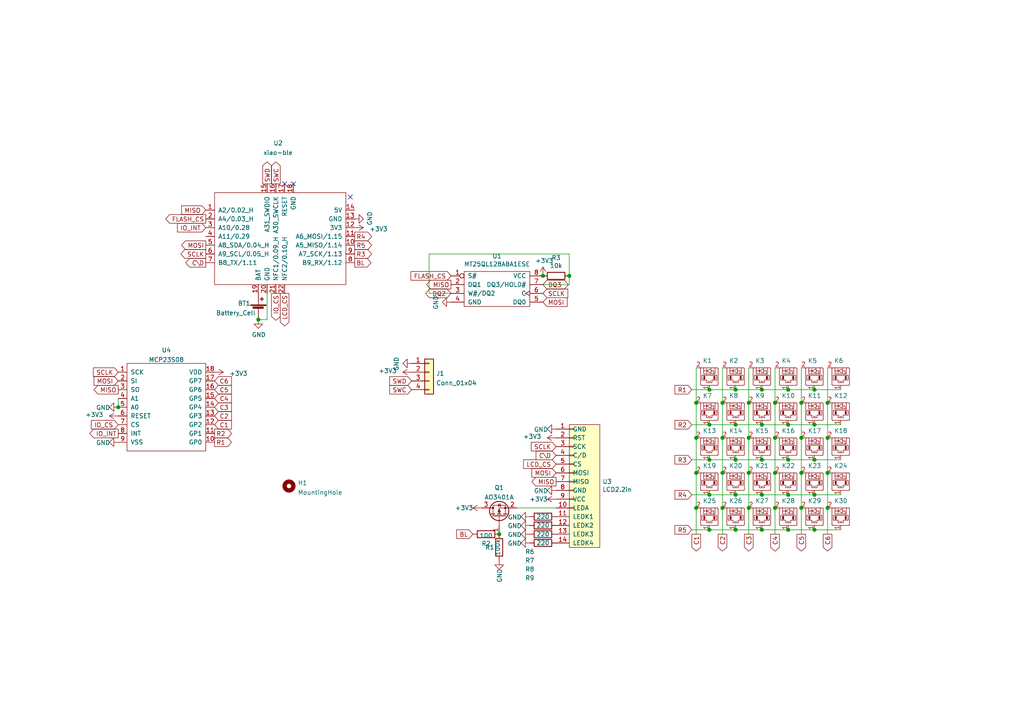
<source format=kicad_sch>
(kicad_sch (version 20211123) (generator eeschema)
  (paper "A4")
  (lib_symbols
    (symbol "Connector_Generic:Conn_01x04" (pin_names (offset 1.016) hide)
      (property "Reference" "J" (at 0 5.08 0))
      (property "Value" "Conn_01x04" (at 0 -7.62 0))
      (symbol "Conn_01x04_1_1"
        (pin passive line (at -5.08 2.54 0) (length 3.81) (name "Pin_1") (number "1"))
        (pin passive line (at -5.08 0 0) (length 3.81) (name "Pin_2") (number "2"))
        (pin passive line (at -5.08 -2.54 0) (length 3.81) (name "Pin_3") (number "3"))
        (pin passive line (at -5.08 -5.08 0) (length 3.81) (name "Pin_4") (number "4"))
      )
    )
    (symbol "Device:Battery_Cell" (pin_numbers hide) (pin_names (offset 0) hide)
      (property "Reference" "BT" (at 2.54 2.54 0))
      (property "Value" "Battery_Cell" (at 2.54 0 0))
      (symbol "Battery_Cell_1_1"
        (pin passive line (at 0 5.08 270) (length 2.54) (name "+") (number "1"))
        (pin passive line (at 0 -2.54 90) (length 2.54) (name "-") (number "2"))
      )
    )
    (symbol "Device:R" (pin_numbers hide) (pin_names (offset 0))
      (property "Reference" "R" (at 2.032 0 90))
      (property "Value" "R" (at 0 0 90))
      (symbol "R_1_1"
        (pin passive line (at 0 3.81 270) (length 1.27) (name "~") (number "1"))
        (pin passive line (at 0 -3.81 90) (length 1.27) (name "~") (number "2"))
      )
    )
    (symbol "Mechanical:MountingHole" (pin_names (offset 1.016))
      (property "Reference" "H" (at 0 5.08 0))
      (property "Value" "MountingHole" (at 0 3.175 0))
    )
    (symbol "Transistor_FET:AO3401A" (pin_names hide)
      (property "Reference" "Q" (at 5.08 1.905 0))
      (property "Value" "AO3401A" (at 5.08 0 0))
      (symbol "AO3401A_1_1"
        (pin input line (at -5.08 0 0) (length 2.54) (name "G") (number "1"))
        (pin passive line (at 2.54 -5.08 90) (length 2.54) (name "S") (number "2"))
        (pin passive line (at 2.54 5.08 270) (length 2.54) (name "D") (number "3"))
      )
    )
    (symbol "diode-choc:diode-choc" (pin_names (offset 1.016))
      (property "Reference" "K" (at 0 3.81 0))
      (symbol "diode-choc_1_1"
        (pin input line (at 0 -3.81 90) (length 1.27) (name "~") (number "1"))
        (pin output line (at -3.81 2.54 0) (length 1.27) (name "~") (number "2"))
      )
    )
    (symbol "diode-choc:diode-choc_1" (pin_names (offset 1.016))
      (property "Reference" "K" (at 0 3.81 0))
      (symbol "diode-choc_1_1_1"
        (pin input line (at 0 -3.81 90) (length 1.27) (name "~") (number "1"))
        (pin output line (at -3.81 2.54 0) (length 1.27) (name "~") (number "2"))
      )
    )
    (symbol "diode-choc:diode-choc_10" (pin_names (offset 1.016))
      (property "Reference" "K" (at 0 3.81 0))
      (symbol "diode-choc_10_1_1"
        (pin input line (at 0 -3.81 90) (length 1.27) (name "~") (number "1"))
        (pin output line (at -3.81 2.54 0) (length 1.27) (name "~") (number "2"))
      )
    )
    (symbol "diode-choc:diode-choc_11" (pin_names (offset 1.016))
      (property "Reference" "K" (at 0 3.81 0))
      (symbol "diode-choc_11_1_1"
        (pin input line (at 0 -3.81 90) (length 1.27) (name "~") (number "1"))
        (pin output line (at -3.81 2.54 0) (length 1.27) (name "~") (number "2"))
      )
    )
    (symbol "diode-choc:diode-choc_12" (pin_names (offset 1.016))
      (property "Reference" "K" (at 0 3.81 0))
      (symbol "diode-choc_12_1_1"
        (pin input line (at 0 -3.81 90) (length 1.27) (name "~") (number "1"))
        (pin output line (at -3.81 2.54 0) (length 1.27) (name "~") (number "2"))
      )
    )
    (symbol "diode-choc:diode-choc_13" (pin_names (offset 1.016))
      (property "Reference" "K" (at 0 3.81 0))
      (symbol "diode-choc_13_1_1"
        (pin input line (at 0 -3.81 90) (length 1.27) (name "~") (number "1"))
        (pin output line (at -3.81 2.54 0) (length 1.27) (name "~") (number "2"))
      )
    )
    (symbol "diode-choc:diode-choc_14" (pin_names (offset 1.016))
      (property "Reference" "K" (at 0 3.81 0))
      (symbol "diode-choc_14_1_1"
        (pin input line (at 0 -3.81 90) (length 1.27) (name "~") (number "1"))
        (pin output line (at -3.81 2.54 0) (length 1.27) (name "~") (number "2"))
      )
    )
    (symbol "diode-choc:diode-choc_15" (pin_names (offset 1.016))
      (property "Reference" "K" (at 0 3.81 0))
      (symbol "diode-choc_15_1_1"
        (pin input line (at 0 -3.81 90) (length 1.27) (name "~") (number "1"))
        (pin output line (at -3.81 2.54 0) (length 1.27) (name "~") (number "2"))
      )
    )
    (symbol "diode-choc:diode-choc_16" (pin_names (offset 1.016))
      (property "Reference" "K" (at 0 3.81 0))
      (symbol "diode-choc_16_1_1"
        (pin input line (at 0 -3.81 90) (length 1.27) (name "~") (number "1"))
        (pin output line (at -3.81 2.54 0) (length 1.27) (name "~") (number "2"))
      )
    )
    (symbol "diode-choc:diode-choc_17" (pin_names (offset 1.016))
      (property "Reference" "K" (at 0 3.81 0))
      (symbol "diode-choc_17_1_1"
        (pin input line (at 0 -3.81 90) (length 1.27) (name "~") (number "1"))
        (pin output line (at -3.81 2.54 0) (length 1.27) (name "~") (number "2"))
      )
    )
    (symbol "diode-choc:diode-choc_18" (pin_names (offset 1.016))
      (property "Reference" "K" (at 0 3.81 0))
      (symbol "diode-choc_18_1_1"
        (pin input line (at 0 -3.81 90) (length 1.27) (name "~") (number "1"))
        (pin output line (at -3.81 2.54 0) (length 1.27) (name "~") (number "2"))
      )
    )
    (symbol "diode-choc:diode-choc_19" (pin_names (offset 1.016))
      (property "Reference" "K" (at 0 3.81 0))
      (symbol "diode-choc_19_1_1"
        (pin input line (at 0 -3.81 90) (length 1.27) (name "~") (number "1"))
        (pin output line (at -3.81 2.54 0) (length 1.27) (name "~") (number "2"))
      )
    )
    (symbol "diode-choc:diode-choc_2" (pin_names (offset 1.016))
      (property "Reference" "K" (at 0 3.81 0))
      (symbol "diode-choc_2_1_1"
        (pin input line (at 0 -3.81 90) (length 1.27) (name "~") (number "1"))
        (pin output line (at -3.81 2.54 0) (length 1.27) (name "~") (number "2"))
      )
    )
    (symbol "diode-choc:diode-choc_20" (pin_names (offset 1.016))
      (property "Reference" "K" (at 0 3.81 0))
      (symbol "diode-choc_20_1_1"
        (pin input line (at 0 -3.81 90) (length 1.27) (name "~") (number "1"))
        (pin output line (at -3.81 2.54 0) (length 1.27) (name "~") (number "2"))
      )
    )
    (symbol "diode-choc:diode-choc_21" (pin_names (offset 1.016))
      (property "Reference" "K" (at 0 3.81 0))
      (symbol "diode-choc_21_1_1"
        (pin input line (at 0 -3.81 90) (length 1.27) (name "~") (number "1"))
        (pin output line (at -3.81 2.54 0) (length 1.27) (name "~") (number "2"))
      )
    )
    (symbol "diode-choc:diode-choc_22" (pin_names (offset 1.016))
      (property "Reference" "K" (at 0 3.81 0))
      (symbol "diode-choc_22_1_1"
        (pin input line (at 0 -3.81 90) (length 1.27) (name "~") (number "1"))
        (pin output line (at -3.81 2.54 0) (length 1.27) (name "~") (number "2"))
      )
    )
    (symbol "diode-choc:diode-choc_23" (pin_names (offset 1.016))
      (property "Reference" "K" (at 0 3.81 0))
      (symbol "diode-choc_23_1_1"
        (pin input line (at 0 -3.81 90) (length 1.27) (name "~") (number "1"))
        (pin output line (at -3.81 2.54 0) (length 1.27) (name "~") (number "2"))
      )
    )
    (symbol "diode-choc:diode-choc_24" (pin_names (offset 1.016))
      (property "Reference" "K" (at 0 3.81 0))
      (symbol "diode-choc_24_1_1"
        (pin input line (at 0 -3.81 90) (length 1.27) (name "~") (number "1"))
        (pin output line (at -3.81 2.54 0) (length 1.27) (name "~") (number "2"))
      )
    )
    (symbol "diode-choc:diode-choc_25" (pin_names (offset 1.016))
      (property "Reference" "K" (at 0 3.81 0))
      (symbol "diode-choc_25_1_1"
        (pin input line (at 0 -3.81 90) (length 1.27) (name "~") (number "1"))
        (pin output line (at -3.81 2.54 0) (length 1.27) (name "~") (number "2"))
      )
    )
    (symbol "diode-choc:diode-choc_26" (pin_names (offset 1.016))
      (property "Reference" "K" (at 0 3.81 0))
      (symbol "diode-choc_26_1_1"
        (pin input line (at 0 -3.81 90) (length 1.27) (name "~") (number "1"))
        (pin output line (at -3.81 2.54 0) (length 1.27) (name "~") (number "2"))
      )
    )
    (symbol "diode-choc:diode-choc_27" (pin_names (offset 1.016))
      (property "Reference" "K" (at 0 3.81 0))
      (symbol "diode-choc_27_1_1"
        (pin input line (at 0 -3.81 90) (length 1.27) (name "~") (number "1"))
        (pin output line (at -3.81 2.54 0) (length 1.27) (name "~") (number "2"))
      )
    )
    (symbol "diode-choc:diode-choc_28" (pin_names (offset 1.016))
      (property "Reference" "K" (at 0 3.81 0))
      (symbol "diode-choc_28_1_1"
        (pin input line (at 0 -3.81 90) (length 1.27) (name "~") (number "1"))
        (pin output line (at -3.81 2.54 0) (length 1.27) (name "~") (number "2"))
      )
    )
    (symbol "diode-choc:diode-choc_29" (pin_names (offset 1.016))
      (property "Reference" "K" (at 0 3.81 0))
      (symbol "diode-choc_29_1_1"
        (pin input line (at 0 -3.81 90) (length 1.27) (name "~") (number "1"))
        (pin output line (at -3.81 2.54 0) (length 1.27) (name "~") (number "2"))
      )
    )
    (symbol "diode-choc:diode-choc_3" (pin_names (offset 1.016))
      (property "Reference" "K" (at 0 3.81 0))
      (symbol "diode-choc_3_1_1"
        (pin input line (at 0 -3.81 90) (length 1.27) (name "~") (number "1"))
        (pin output line (at -3.81 2.54 0) (length 1.27) (name "~") (number "2"))
      )
    )
    (symbol "diode-choc:diode-choc_4" (pin_names (offset 1.016))
      (property "Reference" "K" (at 0 3.81 0))
      (symbol "diode-choc_4_1_1"
        (pin input line (at 0 -3.81 90) (length 1.27) (name "~") (number "1"))
        (pin output line (at -3.81 2.54 0) (length 1.27) (name "~") (number "2"))
      )
    )
    (symbol "diode-choc:diode-choc_5" (pin_names (offset 1.016))
      (property "Reference" "K" (at 0 3.81 0))
      (symbol "diode-choc_5_1_1"
        (pin input line (at 0 -3.81 90) (length 1.27) (name "~") (number "1"))
        (pin output line (at -3.81 2.54 0) (length 1.27) (name "~") (number "2"))
      )
    )
    (symbol "diode-choc:diode-choc_6" (pin_names (offset 1.016))
      (property "Reference" "K" (at 0 3.81 0))
      (symbol "diode-choc_6_1_1"
        (pin input line (at 0 -3.81 90) (length 1.27) (name "~") (number "1"))
        (pin output line (at -3.81 2.54 0) (length 1.27) (name "~") (number "2"))
      )
    )
    (symbol "diode-choc:diode-choc_7" (pin_names (offset 1.016))
      (property "Reference" "K" (at 0 3.81 0))
      (symbol "diode-choc_7_1_1"
        (pin input line (at 0 -3.81 90) (length 1.27) (name "~") (number "1"))
        (pin output line (at -3.81 2.54 0) (length 1.27) (name "~") (number "2"))
      )
    )
    (symbol "diode-choc:diode-choc_8" (pin_names (offset 1.016))
      (property "Reference" "K" (at 0 3.81 0))
      (symbol "diode-choc_8_1_1"
        (pin input line (at 0 -3.81 90) (length 1.27) (name "~") (number "1"))
        (pin output line (at -3.81 2.54 0) (length 1.27) (name "~") (number "2"))
      )
    )
    (symbol "diode-choc:diode-choc_9" (pin_names (offset 1.016))
      (property "Reference" "K" (at 0 3.81 0))
      (symbol "diode-choc_9_1_1"
        (pin input line (at 0 -3.81 90) (length 1.27) (name "~") (number "1"))
        (pin output line (at -3.81 2.54 0) (length 1.27) (name "~") (number "2"))
      )
    )
    (symbol "mcp23s08:MCP23S08" (pin_names (offset 1.016))
      (property "Reference" "U" (at 0 0 0))
      (property "Value" "MCP23S08" (at 0 0 0))
      (symbol "MCP23S08_1_1"
        (pin input line (at -13.97 10.16 0) (length 2.54) (name "SCK") (number "1"))
        (pin input line (at 13.97 -10.16 180) (length 2.54) (name "GP0") (number "10"))
        (pin input line (at 13.97 -7.62 180) (length 2.54) (name "GP1") (number "11"))
        (pin input line (at 13.97 -5.08 180) (length 2.54) (name "GP2") (number "12"))
        (pin input line (at 13.97 -2.54 180) (length 2.54) (name "GP3") (number "13"))
        (pin input line (at 13.97 0 180) (length 2.54) (name "GP4") (number "14"))
        (pin input line (at 13.97 2.54 180) (length 2.54) (name "GP5") (number "15"))
        (pin input line (at 13.97 5.08 180) (length 2.54) (name "GP6") (number "16"))
        (pin input line (at 13.97 7.62 180) (length 2.54) (name "GP7") (number "17"))
        (pin input line (at 13.97 10.16 180) (length 2.54) (name "VDD") (number "18"))
        (pin input line (at -13.97 7.62 0) (length 2.54) (name "SI") (number "2"))
        (pin input line (at -13.97 5.08 0) (length 2.54) (name "SO") (number "3"))
        (pin input line (at -13.97 2.54 0) (length 2.54) (name "A1") (number "4"))
        (pin input line (at -13.97 0 0) (length 2.54) (name "A0") (number "5"))
        (pin input line (at -13.97 -2.54 0) (length 2.54) (name "RESET") (number "6"))
        (pin input line (at -13.97 -5.08 0) (length 2.54) (name "CS") (number "7"))
        (pin input line (at -13.97 -7.62 0) (length 2.54) (name "INT") (number "8"))
        (pin input line (at -13.97 -10.16 0) (length 2.54) (name "VSS") (number "9"))
      )
    )
    (symbol "power:+3V3" (power) (pin_names (offset 0))
      (property "Value" "+3V3" (at 0 3.556 0))
      (symbol "+3V3_1_1"
        (pin power_in line (at 0 0 90) (length 0) hide (name "+3V3") (number "1"))
      )
    )
    (symbol "power:GND" (power) (pin_names (offset 0))
      (property "Value" "GND" (at 0 -3.81 0))
      (symbol "GND_1_1"
        (pin power_in line (at 0 0 270) (length 0) hide (name "GND") (number "1"))
      )
    )
    (symbol "steno:LCD2.2in" (pin_names (offset 1.016))
      (property "Reference" "LCD" (at -13.97 1.27 0))
      (property "Value" "steno_LCD2.2in" (at 0 27.94 0))
      (symbol "LCD2.2in_1_1"
        (pin passive line (at -5.08 16.51 0) (length 3.81) (name "GND") (number "1"))
        (pin passive line (at -5.08 -6.35 0) (length 3.81) (name "LEDA") (number "10"))
        (pin passive line (at -5.08 -8.89 0) (length 3.81) (name "LEDK1") (number "11"))
        (pin passive line (at -5.08 -11.43 0) (length 3.81) (name "LEDK2") (number "12"))
        (pin passive line (at -5.08 -13.97 0) (length 3.81) (name "LEDK3") (number "13"))
        (pin passive line (at -5.08 -16.51 0) (length 3.81) (name "LEDK4") (number "14"))
        (pin passive line (at -5.08 13.97 0) (length 3.81) (name "RST") (number "2"))
        (pin passive line (at -5.08 11.43 0) (length 3.81) (name "SCK") (number "3"))
        (pin passive line (at -5.08 8.89 0) (length 3.81) (name "C/D") (number "4"))
        (pin passive line (at -5.08 6.35 0) (length 3.81) (name "CS") (number "5"))
        (pin passive line (at -5.08 3.81 0) (length 3.81) (name "MOSI") (number "6"))
        (pin passive line (at -5.08 1.27 0) (length 3.81) (name "MISO") (number "7"))
        (pin passive line (at -5.08 -1.27 0) (length 3.81) (name "GND") (number "8"))
        (pin passive line (at -5.08 -3.81 0) (length 3.81) (name "VCC") (number "9"))
      )
    )
    (symbol "steno:MT25QL128ABA1ESE" (pin_names (offset 1.016))
      (property "Reference" "U" (at 0 -12.7 0))
      (property "Value" "MT25QL128ABA1ESE" (at -1.27 12.7 0))
      (symbol "MT25QL128ABA1ESE_1_1"
        (pin input inverted (at -11.43 2.54 0) (length 3.81) (name "S#") (number "1"))
        (pin output line (at -11.43 0 0) (length 3.81) (name "DQ1") (number "2"))
        (pin bidirectional line (at -11.43 -2.54 0) (length 3.81) (name "W#/DQ2") (number "3"))
        (pin power_in line (at -11.43 -5.08 0) (length 3.81) (name "GND") (number "4"))
        (pin input line (at 15.24 -5.08 180) (length 3.81) (name "DQ0") (number "5"))
        (pin input clock (at 15.24 -2.54 180) (length 3.81) (name "C") (number "6"))
        (pin input line (at 15.24 0 180) (length 3.81) (name "DQ3/HOLD#") (number "7"))
        (pin power_in line (at 15.24 2.54 180) (length 3.81) (name "VCC") (number "8"))
      )
    )
    (symbol "xiao:xiao-ble" (pin_names (offset 1.016))
      (property "Reference" "U" (at -17.78 16.51 0))
      (property "Value" "xiao-ble" (at -15.24 13.97 0))
      (symbol "xiao-ble_1_1"
        (pin bidirectional line (at -21.59 7.62 0) (length 2.54) (name "A2/0.02_H") (number "1"))
        (pin bidirectional line (at 21.59 -2.54 180) (length 2.54) (name "A5_MISO/1.14") (number "10"))
        (pin bidirectional line (at 21.59 0 180) (length 2.54) (name "A6_MOSI/1.15") (number "11"))
        (pin power_out line (at 21.59 2.54 180) (length 2.54) (name "3V3") (number "12"))
        (pin power_out line (at 21.59 5.08 180) (length 2.54) (name "GND") (number "13"))
        (pin power_out line (at 21.59 7.62 180) (length 2.54) (name "5V") (number "14"))
        (pin input line (at -3.81 15.24 270) (length 2.54) (name "A31_SWDIO") (number "15"))
        (pin input line (at -1.27 15.24 270) (length 2.54) (name "A30_SWCLK") (number "16"))
        (pin input line (at 1.27 15.24 270) (length 2.54) (name "RESET") (number "17"))
        (pin power_out line (at 3.81 15.24 270) (length 2.54) (name "GND") (number "18"))
        (pin bidirectional line (at -6.35 -16.51 90) (length 2.54) (name "BAT") (number "19"))
        (pin bidirectional line (at -21.59 5.08 0) (length 2.54) (name "A4/0.03_H") (number "2"))
        (pin power_out line (at -3.81 -16.51 90) (length 2.54) (name "GND") (number "20"))
        (pin bidirectional line (at -1.27 -16.51 90) (length 2.54) (name "NFC1/0.09_H") (number "21"))
        (pin bidirectional line (at 1.27 -16.51 90) (length 2.54) (name "NFC2/0.10_H") (number "22"))
        (pin bidirectional line (at -21.59 2.54 0) (length 2.54) (name "A10/0.28") (number "3"))
        (pin bidirectional line (at -21.59 0 0) (length 2.54) (name "A11/0.29") (number "4"))
        (pin bidirectional line (at -21.59 -2.54 0) (length 2.54) (name "A8_SDA/0.04_H") (number "5"))
        (pin bidirectional line (at -21.59 -5.08 0) (length 2.54) (name "A9_SCL/0.05_H") (number "6"))
        (pin bidirectional line (at -21.59 -7.62 0) (length 2.54) (name "B8_TX/1.11") (number "7"))
        (pin bidirectional line (at 21.59 -7.62 180) (length 2.54) (name "B9_RX/1.12") (number "8"))
        (pin bidirectional line (at 21.59 -5.08 180) (length 2.54) (name "A7_SCK/1.13") (number "9"))
      )
    )
  )
  (junction (at 213.36 123.19) (diameter 1.016))
  (junction (at 165.1 80.01) (diameter 1.016))
  (junction (at 228.6 153.67) (diameter 1.016))
  (junction (at 228.6 113.03) (diameter 1.016))
  (junction (at 205.74 133.35) (diameter 1.016))
  (junction (at 213.36 143.51) (diameter 1.016))
  (junction (at 220.98 133.35) (diameter 1.016))
  (junction (at 220.98 143.51) (diameter 1.016))
  (junction (at 213.36 133.35) (diameter 1.016))
  (junction (at 232.41 137.16) (diameter 1.016))
  (junction (at 209.55 127) (diameter 1.016))
  (junction (at 205.74 113.03) (diameter 1.016))
  (junction (at 224.79 137.16) (diameter 1.016))
  (junction (at 217.17 137.16) (diameter 1.016))
  (junction (at 201.93 116.84) (diameter 1.016))
  (junction (at 201.93 147.32) (diameter 1.016))
  (junction (at 220.98 123.19) (diameter 1.016))
  (junction (at 224.79 116.84) (diameter 1.016))
  (junction (at 213.36 153.67) (diameter 1.016))
  (junction (at 232.41 116.84) (diameter 1.016))
  (junction (at 209.55 147.32) (diameter 1.016))
  (junction (at 224.79 147.32) (diameter 1.016))
  (junction (at 209.55 137.16) (diameter 1.016))
  (junction (at 217.17 147.32) (diameter 1.016))
  (junction (at 157.48 80.01) (diameter 1.016))
  (junction (at 217.17 116.84) (diameter 1.016))
  (junction (at 232.41 147.32) (diameter 1.016))
  (junction (at 34.29 118.11) (diameter 1.016))
  (junction (at 236.22 143.51) (diameter 1.016))
  (junction (at 74.93 92.71) (diameter 1.016))
  (junction (at 236.22 123.19) (diameter 1.016))
  (junction (at 240.03 127) (diameter 1.016))
  (junction (at 205.74 143.51) (diameter 1.016))
  (junction (at 240.03 137.16) (diameter 1.016))
  (junction (at 236.22 113.03) (diameter 1.016))
  (junction (at 205.74 153.67) (diameter 1.016))
  (junction (at 232.41 127) (diameter 1.016))
  (junction (at 217.17 127) (diameter 1.016))
  (junction (at 228.6 123.19) (diameter 1.016))
  (junction (at 205.74 123.19) (diameter 1.016))
  (junction (at 224.79 127) (diameter 1.016))
  (junction (at 220.98 113.03) (diameter 1.016))
  (junction (at 213.36 113.03) (diameter 1.016))
  (junction (at 240.03 147.32) (diameter 1.016))
  (junction (at 236.22 153.67) (diameter 1.016))
  (junction (at 201.93 127) (diameter 1.016))
  (junction (at 236.22 133.35) (diameter 1.016))
  (junction (at 240.03 116.84) (diameter 1.016))
  (junction (at 228.6 133.35) (diameter 1.016))
  (junction (at 220.98 153.67) (diameter 1.016))
  (junction (at 144.78 154.94) (diameter 1.016))
  (junction (at 209.55 116.84) (diameter 1.016))
  (junction (at 228.6 143.51) (diameter 1.016))
  (junction (at 201.93 137.16) (diameter 1.016))
  (no_connect (at 82.55 53.34))
  (no_connect (at 85.09 53.34))
  (no_connect (at 101.6 57.15))
  (wire (pts (xy 200.66 113.03) (xy 205.74 113.03)))
  (wire (pts (xy 205.74 113.03) (xy 213.36 113.03)))
  (wire (pts (xy 213.36 113.03) (xy 220.98 113.03)))
  (wire (pts (xy 220.98 113.03) (xy 228.6 113.03)))
  (wire (pts (xy 228.6 113.03) (xy 236.22 113.03)))
  (wire (pts (xy 34.29 115.57) (xy 34.29 118.11)))
  (wire (pts (xy 124.46 73.66) (xy 124.46 85.09)))
  (wire (pts (xy 124.46 73.66) (xy 165.1 73.66)))
  (wire (pts (xy 200.66 123.19) (xy 205.74 123.19)))
  (wire (pts (xy 205.74 123.19) (xy 213.36 123.19)))
  (wire (pts (xy 213.36 123.19) (xy 220.98 123.19)))
  (wire (pts (xy 220.98 123.19) (xy 228.6 123.19)))
  (wire (pts (xy 228.6 123.19) (xy 236.22 123.19)))
  (wire (pts (xy 236.22 123.19) (xy 243.84 123.19)))
  (wire (pts (xy 232.41 106.68) (xy 232.41 116.84)))
  (wire (pts (xy 232.41 116.84) (xy 232.41 127)))
  (wire (pts (xy 232.41 127) (xy 232.41 137.16)))
  (wire (pts (xy 232.41 137.16) (xy 232.41 147.32)))
  (wire (pts (xy 232.41 147.32) (xy 232.41 154.94)))
  (wire (pts (xy 201.93 106.68) (xy 201.93 116.84)))
  (wire (pts (xy 201.93 116.84) (xy 201.93 127)))
  (wire (pts (xy 201.93 127) (xy 201.93 137.16)))
  (wire (pts (xy 201.93 137.16) (xy 201.93 147.32)))
  (wire (pts (xy 201.93 147.32) (xy 201.93 154.94)))
  (wire (pts (xy 77.47 85.09) (xy 77.47 92.71)))
  (wire (pts (xy 77.47 92.71) (xy 74.93 92.71)))
  (wire (pts (xy 200.66 133.35) (xy 205.74 133.35)))
  (wire (pts (xy 205.74 133.35) (xy 213.36 133.35)))
  (wire (pts (xy 213.36 133.35) (xy 220.98 133.35)))
  (wire (pts (xy 220.98 133.35) (xy 228.6 133.35)))
  (wire (pts (xy 228.6 133.35) (xy 236.22 133.35)))
  (wire (pts (xy 236.22 133.35) (xy 243.84 133.35)))
  (wire (pts (xy 165.1 82.55) (xy 165.1 80.01)))
  (wire (pts (xy 224.79 106.68) (xy 224.79 116.84)))
  (wire (pts (xy 224.79 116.84) (xy 224.79 127)))
  (wire (pts (xy 224.79 127) (xy 224.79 137.16)))
  (wire (pts (xy 224.79 137.16) (xy 224.79 147.32)))
  (wire (pts (xy 224.79 147.32) (xy 224.79 154.94)))
  (wire (pts (xy 149.86 147.32) (xy 161.29 147.32)))
  (wire (pts (xy 209.55 106.68) (xy 209.55 116.84)))
  (wire (pts (xy 209.55 116.84) (xy 209.55 127)))
  (wire (pts (xy 209.55 127) (xy 209.55 137.16)))
  (wire (pts (xy 209.55 137.16) (xy 209.55 147.32)))
  (wire (pts (xy 209.55 147.32) (xy 209.55 154.94)))
  (wire (pts (xy 200.66 153.67) (xy 205.74 153.67)))
  (wire (pts (xy 205.74 153.67) (xy 213.36 153.67)))
  (wire (pts (xy 213.36 153.67) (xy 220.98 153.67)))
  (wire (pts (xy 220.98 153.67) (xy 228.6 153.67)))
  (wire (pts (xy 228.6 153.67) (xy 236.22 153.67)))
  (wire (pts (xy 236.22 153.67) (xy 243.84 153.67)))
  (wire (pts (xy 217.17 106.68) (xy 217.17 116.84)))
  (wire (pts (xy 217.17 116.84) (xy 217.17 127)))
  (wire (pts (xy 217.17 127) (xy 217.17 137.16)))
  (wire (pts (xy 217.17 137.16) (xy 217.17 147.32)))
  (wire (pts (xy 217.17 147.32) (xy 217.17 154.94)))
  (wire (pts (xy 200.66 143.51) (xy 205.74 143.51)))
  (wire (pts (xy 205.74 143.51) (xy 213.36 143.51)))
  (wire (pts (xy 213.36 143.51) (xy 220.98 143.51)))
  (wire (pts (xy 220.98 143.51) (xy 228.6 143.51)))
  (wire (pts (xy 228.6 143.51) (xy 236.22 143.51)))
  (wire (pts (xy 236.22 143.51) (xy 243.84 143.51)))
  (wire (pts (xy 165.1 73.66) (xy 165.1 80.01)))
  (wire (pts (xy 157.48 82.55) (xy 165.1 82.55)))
  (wire (pts (xy 124.46 85.09) (xy 130.81 85.09)))
  (wire (pts (xy 240.03 106.68) (xy 240.03 116.84)))
  (wire (pts (xy 240.03 116.84) (xy 240.03 127)))
  (wire (pts (xy 240.03 127) (xy 240.03 137.16)))
  (wire (pts (xy 240.03 137.16) (xy 240.03 147.32)))
  (wire (pts (xy 240.03 147.32) (xy 240.03 154.94)))
  (wire (pts (xy 236.22 113.03) (xy 243.84 113.03)))
  (global_label "R3" (shape output) (at 102.87 73.66 0) (property "Intersheet References" "${INTERSHEET_REFS}" (effects hide)))
  (global_label "DQ2" (shape bidirectional) (at 130.81 85.09 180) (property "Intersheet References" "${INTERSHEET_REFS}" (effects hide)))
  (global_label "SCLK" (shape input) (at 161.29 129.54 180) (property "Intersheet References" "${INTERSHEET_REFS}" (effects hide)))
  (global_label "R5" (shape output) (at 102.87 71.12 0) (property "Intersheet References" "${INTERSHEET_REFS}" (effects hide)))
  (global_label "C6" (shape output) (at 240.03 154.94 270) (property "Intersheet References" "${INTERSHEET_REFS}" (effects hide)))
  (global_label "C1" (shape output) (at 201.93 154.94 270) (property "Intersheet References" "${INTERSHEET_REFS}" (effects hide)))
  (global_label "C2" (shape input) (at 62.23 120.65 0) (property "Intersheet References" "${INTERSHEET_REFS}" (effects hide)))
  (global_label "IO_INT" (shape output) (at 34.29 125.73 180) (property "Intersheet References" "${INTERSHEET_REFS}" (effects hide)))
  (global_label "R2" (shape output) (at 62.23 125.73 0) (property "Intersheet References" "${INTERSHEET_REFS}" (effects hide)))
  (global_label "DQ3" (shape bidirectional) (at 157.48 82.55 0) (property "Intersheet References" "${INTERSHEET_REFS}" (effects hide)))
  (global_label "R1" (shape input) (at 200.66 113.03 180) (property "Intersheet References" "${INTERSHEET_REFS}" (effects hide)))
  (global_label "BL" (shape output) (at 102.87 76.2 0) (property "Intersheet References" "${INTERSHEET_REFS}" (effects hide)))
  (global_label "R3" (shape input) (at 200.66 133.35 180) (property "Intersheet References" "${INTERSHEET_REFS}" (effects hide)))
  (global_label "R4" (shape input) (at 200.66 143.51 180) (property "Intersheet References" "${INTERSHEET_REFS}" (effects hide)))
  (global_label "FLASH_CS" (shape output) (at 59.69 63.5 180) (property "Intersheet References" "${INTERSHEET_REFS}" (effects hide)))
  (global_label "C4" (shape input) (at 62.23 115.57 0) (property "Intersheet References" "${INTERSHEET_REFS}" (effects hide)))
  (global_label "SWD" (shape input) (at 119.38 110.49 180) (property "Intersheet References" "${INTERSHEET_REFS}" (effects hide)))
  (global_label "SWC" (shape input) (at 119.38 113.03 180) (property "Intersheet References" "${INTERSHEET_REFS}" (effects hide)))
  (global_label "BL" (shape input) (at 137.16 154.94 180) (property "Intersheet References" "${INTERSHEET_REFS}" (effects hide)))
  (global_label "R4" (shape output) (at 102.87 68.58 0) (property "Intersheet References" "${INTERSHEET_REFS}" (effects hide)))
  (global_label "R5" (shape input) (at 200.66 153.67 180) (property "Intersheet References" "${INTERSHEET_REFS}" (effects hide)))
  (global_label "C6" (shape input) (at 62.23 110.49 0) (property "Intersheet References" "${INTERSHEET_REFS}" (effects hide)))
  (global_label "R1" (shape output) (at 62.23 128.27 0) (property "Intersheet References" "${INTERSHEET_REFS}" (effects hide)))
  (global_label "MOSI" (shape input) (at 161.29 137.16 180) (property "Intersheet References" "${INTERSHEET_REFS}" (effects hide)))
  (global_label "LCD_CS" (shape input) (at 161.29 134.62 180) (property "Intersheet References" "${INTERSHEET_REFS}" (effects hide)))
  (global_label "IO_CS" (shape output) (at 80.01 85.09 270) (property "Intersheet References" "${INTERSHEET_REFS}" (effects hide)))
  (global_label "C5" (shape output) (at 232.41 154.94 270) (property "Intersheet References" "${INTERSHEET_REFS}" (effects hide)))
  (global_label "MISO" (shape output) (at 34.29 113.03 180) (property "Intersheet References" "${INTERSHEET_REFS}" (effects hide)))
  (global_label "SCLK" (shape output) (at 59.69 73.66 180) (property "Intersheet References" "${INTERSHEET_REFS}" (effects hide)))
  (global_label "MOSI" (shape input) (at 157.48 87.63 0) (property "Intersheet References" "${INTERSHEET_REFS}" (effects hide)))
  (global_label "MISO" (shape output) (at 161.29 139.7 180) (property "Intersheet References" "${INTERSHEET_REFS}" (effects hide)))
  (global_label "SWD" (shape output) (at 77.47 53.34 90) (property "Intersheet References" "${INTERSHEET_REFS}" (effects hide)))
  (global_label "C3" (shape input) (at 62.23 118.11 0) (property "Intersheet References" "${INTERSHEET_REFS}" (effects hide)))
  (global_label "IO_INT" (shape input) (at 59.69 66.04 180) (property "Intersheet References" "${INTERSHEET_REFS}" (effects hide)))
  (global_label "C2" (shape output) (at 209.55 154.94 270) (property "Intersheet References" "${INTERSHEET_REFS}" (effects hide)))
  (global_label "R2" (shape input) (at 200.66 123.19 180) (property "Intersheet References" "${INTERSHEET_REFS}" (effects hide)))
  (global_label "C\\D" (shape input) (at 161.29 132.08 180) (property "Intersheet References" "${INTERSHEET_REFS}" (effects hide)))
  (global_label "SWC" (shape output) (at 80.01 53.34 90) (property "Intersheet References" "${INTERSHEET_REFS}" (effects hide)))
  (global_label "LCD_CS" (shape output) (at 82.55 85.09 270) (property "Intersheet References" "${INTERSHEET_REFS}" (effects hide)))
  (global_label "FLASH_CS" (shape input) (at 130.81 80.01 180) (property "Intersheet References" "${INTERSHEET_REFS}" (effects hide)))
  (global_label "SCLK" (shape input) (at 157.48 85.09 0) (property "Intersheet References" "${INTERSHEET_REFS}" (effects hide)))
  (global_label "C3" (shape output) (at 217.17 154.94 270) (property "Intersheet References" "${INTERSHEET_REFS}" (effects hide)))
  (global_label "MISO" (shape input) (at 59.69 60.96 180) (property "Intersheet References" "${INTERSHEET_REFS}" (effects hide)))
  (global_label "C5" (shape input) (at 62.23 113.03 0) (property "Intersheet References" "${INTERSHEET_REFS}" (effects hide)))
  (global_label "C4" (shape output) (at 224.79 154.94 270) (property "Intersheet References" "${INTERSHEET_REFS}" (effects hide)))
  (global_label "MISO" (shape output) (at 130.81 82.55 180) (property "Intersheet References" "${INTERSHEET_REFS}" (effects hide)))
  (global_label "C1" (shape input) (at 62.23 123.19 0) (property "Intersheet References" "${INTERSHEET_REFS}" (effects hide)))
  (global_label "MOSI" (shape output) (at 59.69 71.12 180) (property "Intersheet References" "${INTERSHEET_REFS}" (effects hide)))
  (global_label "MOSI" (shape input) (at 34.29 110.49 180) (property "Intersheet References" "${INTERSHEET_REFS}" (effects hide)))
  (global_label "C\\D" (shape output) (at 59.69 76.2 180) (property "Intersheet References" "${INTERSHEET_REFS}" (effects hide)))
  (global_label "IO_CS" (shape input) (at 34.29 123.19 180) (property "Intersheet References" "${INTERSHEET_REFS}" (effects hide)))
  (global_label "SCLK" (shape input) (at 34.29 107.95 180) (property "Intersheet References" "${INTERSHEET_REFS}" (effects hide)))
  (symbol (lib_id "steno:MT25QL128ABA1ESE") (at 142.24 82.55 0) (unit 1)
    (property "Reference" "U1" (at 144.145 74.295 0))
    (property "Value" "MT25QL128ABA1ESE" (at 144.145 76.6064 0))
    (property "Footprint" "Package_SO:SOP-8_5.28x5.23mm_P1.27mm" (effects hide))
  )
  (symbol (lib_id "power:+3V3") (at 157.48 80.01 0) (unit 1)
    (property "Reference" "#PWR06" (effects hide))
    (property "Value" "+3V3" (at 157.861 75.6158 0))
  )
  (symbol (lib_id "Device:R") (at 161.29 80.01 270) (unit 1)
    (property "Reference" "R3" (at 161.29 74.7522 90))
    (property "Value" "10k" (at 161.29 77.0636 90))
    (property "Footprint" "Resistor_SMD:R_0603_1608Metric" (effects hide))
  )
  (symbol (lib_id "steno:LCD2.2in") (at 166.37 140.97 0) (unit 1)
    (property "Reference" "U3" (at 174.7012 139.6746 0) (effects (justify left)))
    (property "Value" "LCD2.2in" (at 174.7012 141.986 0) (effects (justify left)))
    (property "Footprint" "misc:TM022HDH26" (effects hide))
  )
  (symbol (lib_id "power:GND") (at 161.29 124.46 270) (unit 1)
    (property "Reference" "#PWR012" (effects hide))
    (property "Value" "GND" (at 156.8958 124.587 90))
  )
  (symbol (lib_id "power:GND") (at 130.81 87.63 270) (unit 1)
    (property "Reference" "#PWR07" (effects hide))
    (property "Value" "GND" (at 126.4158 87.757 0))
  )
  (symbol (lib_id "power:GND") (at 161.29 142.24 270) (unit 1)
    (property "Reference" "#PWR015" (effects hide))
    (property "Value" "GND" (at 156.8958 142.367 90))
  )
  (symbol (lib_id "power:+3V3") (at 161.29 144.78 90) (unit 1)
    (property "Reference" "#PWR016" (effects hide))
    (property "Value" "+3V3" (at 156.21 144.78 90))
  )
  (symbol (lib_id "power:+3V3") (at 139.7 147.32 90) (unit 1)
    (property "Reference" "#PWR017" (effects hide))
    (property "Value" "+3V3" (at 134.62 147.32 90))
  )
  (symbol (lib_id "power:+3V3") (at 161.29 127 90) (unit 1)
    (property "Reference" "#PWR014" (effects hide))
    (property "Value" "+3V3" (at 154.3558 126.619 90))
  )
  (symbol (lib_id "Device:R") (at 157.48 149.86 270) (unit 1)
    (property "Reference" "R6" (at 153.67 160.02 90))
    (property "Value" "220" (at 157.48 149.86 90))
    (property "Footprint" "Resistor_SMD:R_0603_1608Metric" (effects hide))
  )
  (symbol (lib_id "Device:R") (at 157.48 152.4 270) (unit 1)
    (property "Reference" "R7" (at 153.67 162.56 90))
    (property "Value" "220" (at 157.48 152.4 90))
    (property "Footprint" "Resistor_SMD:R_0603_1608Metric" (effects hide))
  )
  (symbol (lib_id "Device:R") (at 157.48 154.94 270) (unit 1)
    (property "Reference" "R8" (at 153.67 165.1 90))
    (property "Value" "220" (at 157.48 154.94 90))
    (property "Footprint" "Resistor_SMD:R_0603_1608Metric" (effects hide))
  )
  (symbol (lib_id "Device:R") (at 157.48 157.48 270) (unit 1)
    (property "Reference" "R9" (at 153.67 167.64 90))
    (property "Value" "220" (at 157.48 157.48 90))
    (property "Footprint" "Resistor_SMD:R_0603_1608Metric" (effects hide))
  )
  (symbol (lib_id "power:GND") (at 153.67 149.86 270) (unit 1)
    (property "Reference" "#PWR019" (effects hide))
    (property "Value" "GND" (at 149.2758 149.987 90))
  )
  (symbol (lib_id "power:GND") (at 153.67 152.4 270) (unit 1)
    (property "Reference" "#PWR020" (effects hide))
    (property "Value" "GND" (at 149.2758 152.527 90))
  )
  (symbol (lib_id "power:GND") (at 153.67 154.94 270) (unit 1)
    (property "Reference" "#PWR021" (effects hide))
    (property "Value" "GND" (at 149.2758 155.067 90))
  )
  (symbol (lib_id "power:GND") (at 144.78 162.56 0) (unit 1)
    (property "Reference" "#PWR023" (effects hide))
    (property "Value" "GND" (at 144.907 166.9542 90))
  )
  (symbol (lib_id "Device:R") (at 144.78 158.75 0) (unit 1)
    (property "Reference" "R1" (at 142.0622 158.75 0))
    (property "Value" "100k" (at 144.3736 158.75 90))
    (property "Footprint" "Resistor_SMD:R_0603_1608Metric" (effects hide))
  )
  (symbol (lib_name "diode-choc:diode-choc_9") (lib_id "diode-choc:diode-choc") (at 220.98 149.86 0) (unit 1)
    (property "Reference" "K27" (at 219.0751 145.259 0) (effects (justify left)))
    (property "Value" "diode-choc" (effects hide))
    (property "Footprint" "pg1350:pg1350-D" (effects hide))
  )
  (symbol (lib_id "Mechanical:MountingHole") (at 83.82 140.97 0) (unit 1)
    (property "Reference" "H1" (at 86.3601 140.0615 0) (effects (justify left)))
    (property "Value" "MountingHole" (at 86.3601 142.8366 0) (effects (justify left)))
    (property "Footprint" "misc:auklet-mount" (effects hide))
  )
  (symbol (lib_name "diode-choc:diode-choc_28") (lib_id "diode-choc:diode-choc") (at 236.22 109.22 0) (unit 1)
    (property "Reference" "K5" (at 234.3151 104.619 0) (effects (justify left)))
    (property "Value" "diode-choc" (effects hide))
    (property "Footprint" "pg1350:pg1350-D" (effects hide))
  )
  (symbol (lib_name "diode-choc:diode-choc_16") (lib_id "diode-choc:diode-choc") (at 220.98 119.38 0) (unit 1)
    (property "Reference" "K9" (at 219.0751 114.779 0) (effects (justify left)))
    (property "Value" "diode-choc" (effects hide))
    (property "Footprint" "pg1350:pg1350-D" (effects hide))
  )
  (symbol (lib_id "xiao:xiao-ble") (at 81.28 68.58 0) (unit 1)
    (property "Reference" "U2" (at 80.645 41.4994 0))
    (property "Value" "xiao-ble" (at 80.645 44.2745 0))
    (property "Footprint" "xiao:xiao-ble-smd" (effects hide))
  )
  (symbol (lib_name "diode-choc:diode-choc_13") (lib_id "diode-choc:diode-choc") (at 243.84 149.86 0) (unit 1)
    (property "Reference" "K30" (at 241.9351 145.259 0) (effects (justify left)))
    (property "Value" "diode-choc" (effects hide))
    (property "Footprint" "pg1350:pg1350-D" (effects hide))
  )
  (symbol (lib_id "power:+3V3") (at 119.38 107.95 90) (unit 1)
    (property "Reference" "#PWR0103" (effects hide))
    (property "Value" "+3V3" (at 112.4458 107.569 90))
  )
  (symbol (lib_name "diode-choc:diode-choc_4") (lib_id "diode-choc:diode-choc") (at 213.36 119.38 0) (unit 1)
    (property "Reference" "K8" (at 211.4551 114.779 0) (effects (justify left)))
    (property "Value" "diode-choc" (effects hide))
    (property "Footprint" "pg1350:pg1350-D" (effects hide))
  )
  (symbol (lib_name "diode-choc:diode-choc_22") (lib_id "diode-choc:diode-choc") (at 243.84 129.54 0) (unit 1)
    (property "Reference" "K18" (at 241.9351 124.939 0) (effects (justify left)))
    (property "Value" "diode-choc" (effects hide))
    (property "Footprint" "pg1350:pg1350-D" (effects hide))
  )
  (symbol (lib_id "mcp23s08:MCP23S08") (at 48.26 118.11 0) (unit 1)
    (property "Reference" "U4" (at 48.26 101.5704 0))
    (property "Value" "MCP23S08" (at 48.26 104.3455 0))
    (property "Footprint" "Package_SO:SOIC-18W_7.5x11.6mm_P1.27mm" (effects hide))
  )
  (symbol (lib_id "power:GND") (at 102.87 63.5 90) (unit 1)
    (property "Reference" "#PWR0102" (effects hide))
    (property "Value" "GND" (at 107.2642 63.373 0))
  )
  (symbol (lib_id "power:GND") (at 34.29 128.27 270) (unit 1)
    (property "Reference" "#PWR0107" (effects hide))
    (property "Value" "GND" (at 29.8958 128.397 90))
  )
  (symbol (lib_id "Device:R") (at 140.97 154.94 90) (unit 1)
    (property "Reference" "R2" (at 140.97 157.6578 90))
    (property "Value" "100" (at 140.97 155.3464 90))
    (property "Footprint" "Resistor_SMD:R_0603_1608Metric" (effects hide))
  )
  (symbol (lib_id "Transistor_FET:AO3401A") (at 144.78 149.86 90) (unit 1)
    (property "Reference" "Q1" (at 144.78 141.4484 90))
    (property "Value" "AO3401A" (at 144.78 144.2235 90))
    (property "Footprint" "Package_TO_SOT_SMD:SOT-23" (effects hide))
    (property "Datasheet" "http://www.aosmd.com/pdfs/datasheet/AO3401A.pdf" (effects hide))
  )
  (symbol (lib_name "diode-choc:diode-choc_27") (lib_id "diode-choc:diode-choc") (at 243.84 109.22 0) (unit 1)
    (property "Reference" "K6" (at 241.9351 104.619 0) (effects (justify left)))
    (property "Value" "diode-choc" (effects hide))
    (property "Footprint" "pg1350:pg1350-D" (effects hide))
  )
  (symbol (lib_name "diode-choc:diode-choc_23") (lib_id "diode-choc:diode-choc") (at 220.98 109.22 0) (unit 1)
    (property "Reference" "K3" (at 219.0751 104.619 0) (effects (justify left)))
    (property "Value" "diode-choc" (effects hide))
    (property "Footprint" "pg1350:pg1350-D" (effects hide))
  )
  (symbol (lib_id "power:GND") (at 34.29 118.11 270) (unit 1)
    (property "Reference" "#PWR0106" (effects hide))
    (property "Value" "GND" (at 29.8958 118.237 90))
  )
  (symbol (lib_id "diode-choc:diode-choc") (at 205.74 149.86 0) (unit 1)
    (property "Reference" "K25" (at 203.8351 145.259 0) (effects (justify left)))
    (property "Value" "diode-choc" (effects hide))
    (property "Footprint" "pg1350:pg1350-D" (effects hide))
  )
  (symbol (lib_id "power:GND") (at 119.38 105.41 270) (unit 1)
    (property "Reference" "#PWR0104" (effects hide))
    (property "Value" "GND" (at 114.9858 105.537 0))
  )
  (symbol (lib_id "power:GND") (at 153.67 157.48 270) (unit 1)
    (property "Reference" "#PWR0109" (effects hide))
    (property "Value" "GND" (at 149.2758 157.607 90))
  )
  (symbol (lib_name "diode-choc:diode-choc_21") (lib_id "diode-choc:diode-choc") (at 236.22 129.54 0) (unit 1)
    (property "Reference" "K17" (at 234.3151 124.939 0) (effects (justify left)))
    (property "Value" "diode-choc" (effects hide))
    (property "Footprint" "pg1350:pg1350-D" (effects hide))
  )
  (symbol (lib_name "diode-choc:diode-choc_8") (lib_id "diode-choc:diode-choc") (at 243.84 139.7 0) (unit 1)
    (property "Reference" "K24" (at 241.9351 135.099 0) (effects (justify left)))
    (property "Value" "diode-choc" (effects hide))
    (property "Footprint" "pg1350:pg1350-D" (effects hide))
  )
  (symbol (lib_name "diode-choc:diode-choc_25") (lib_id "diode-choc:diode-choc") (at 213.36 109.22 0) (unit 1)
    (property "Reference" "K2" (at 211.4551 104.619 0) (effects (justify left)))
    (property "Value" "diode-choc" (effects hide))
    (property "Footprint" "pg1350:pg1350-D" (effects hide))
  )
  (symbol (lib_name "diode-choc:diode-choc_5") (lib_id "diode-choc:diode-choc") (at 205.74 119.38 0) (unit 1)
    (property "Reference" "K7" (at 203.8351 114.779 0) (effects (justify left)))
    (property "Value" "diode-choc" (effects hide))
    (property "Footprint" "pg1350:pg1350-D" (effects hide))
  )
  (symbol (lib_name "diode-choc:diode-choc_2") (lib_id "diode-choc:diode-choc") (at 213.36 139.7 0) (unit 1)
    (property "Reference" "K20" (at 211.4551 135.099 0) (effects (justify left)))
    (property "Value" "diode-choc" (effects hide))
    (property "Footprint" "pg1350:pg1350-D" (effects hide))
  )
  (symbol (lib_name "diode-choc:diode-choc_7") (lib_id "diode-choc:diode-choc") (at 236.22 139.7 0) (unit 1)
    (property "Reference" "K23" (at 234.3151 135.099 0) (effects (justify left)))
    (property "Value" "diode-choc" (effects hide))
    (property "Footprint" "pg1350:pg1350-D" (effects hide))
  )
  (symbol (lib_id "power:+3V3") (at 34.29 120.65 90) (unit 1)
    (property "Reference" "#PWR0108" (effects hide))
    (property "Value" "+3V3" (at 27.3558 120.269 90))
  )
  (symbol (lib_name "diode-choc:diode-choc_20") (lib_id "diode-choc:diode-choc") (at 228.6 129.54 0) (unit 1)
    (property "Reference" "K16" (at 226.6951 124.939 0) (effects (justify left)))
    (property "Value" "diode-choc" (effects hide))
    (property "Footprint" "pg1350:pg1350-D" (effects hide))
  )
  (symbol (lib_id "Connector_Generic:Conn_01x04") (at 124.46 107.95 0) (unit 1)
    (property "Reference" "J1" (at 126.4921 108.3115 0) (effects (justify left)))
    (property "Value" "Conn_01x04" (at 126.4921 111.0866 0) (effects (justify left)))
    (property "Footprint" "keeb-libs:debug-port-single-side" (effects hide))
  )
  (symbol (lib_name "diode-choc:diode-choc_17") (lib_id "diode-choc:diode-choc") (at 236.22 119.38 0) (unit 1)
    (property "Reference" "K11" (at 234.3151 114.779 0) (effects (justify left)))
    (property "Value" "diode-choc" (effects hide))
    (property "Footprint" "pg1350:pg1350-D" (effects hide))
  )
  (symbol (lib_id "Device:Battery_Cell") (at 74.93 90.17 0) (unit 1)
    (property "Reference" "BT1" (at 68.9611 87.9915 0) (effects (justify left)))
    (property "Value" "Battery_Cell" (at 62.6111 90.7666 0) (effects (justify left)))
    (property "Footprint" "Connector_JST:JST_PH_S2B-PH-SM4-TB_1x02-1MP_P2.00mm_Horizontal" (effects hide))
  )
  (symbol (lib_id "power:+3V3") (at 62.23 107.95 270) (unit 1)
    (property "Reference" "#PWR0105" (effects hide))
    (property "Value" "+3V3" (at 69.1642 108.331 90))
  )
  (symbol (lib_name "diode-choc:diode-choc_18") (lib_id "diode-choc:diode-choc") (at 228.6 119.38 0) (unit 1)
    (property "Reference" "K10" (at 226.6951 114.779 0) (effects (justify left)))
    (property "Value" "diode-choc" (effects hide))
    (property "Footprint" "pg1350:pg1350-D" (effects hide))
  )
  (symbol (lib_name "diode-choc:diode-choc_1") (lib_id "diode-choc:diode-choc") (at 205.74 129.54 0) (unit 1)
    (property "Reference" "K13" (at 203.8351 124.939 0) (effects (justify left)))
    (property "Value" "diode-choc" (effects hide))
    (property "Footprint" "pg1350:pg1350-D" (effects hide))
  )
  (symbol (lib_name "diode-choc:diode-choc_6") (lib_id "diode-choc:diode-choc") (at 213.36 129.54 0) (unit 1)
    (property "Reference" "K14" (at 211.4551 124.939 0) (effects (justify left)))
    (property "Value" "diode-choc" (effects hide))
    (property "Footprint" "pg1350:pg1350-D" (effects hide))
  )
  (symbol (lib_name "diode-choc:diode-choc_29") (lib_id "diode-choc:diode-choc") (at 213.36 149.86 0) (unit 1)
    (property "Reference" "K26" (at 211.4551 145.259 0) (effects (justify left)))
    (property "Value" "diode-choc" (effects hide))
    (property "Footprint" "pg1350:pg1350-D" (effects hide))
  )
  (symbol (lib_name "diode-choc:diode-choc_10") (lib_id "diode-choc:diode-choc") (at 236.22 149.86 0) (unit 1)
    (property "Reference" "K29" (at 234.3151 145.259 0) (effects (justify left)))
    (property "Value" "diode-choc" (effects hide))
    (property "Footprint" "pg1350:pg1350-D" (effects hide))
  )
  (symbol (lib_name "diode-choc:diode-choc_3") (lib_id "diode-choc:diode-choc") (at 205.74 139.7 0) (unit 1)
    (property "Reference" "K19" (at 203.8351 135.099 0) (effects (justify left)))
    (property "Value" "diode-choc" (effects hide))
    (property "Footprint" "pg1350:pg1350-D" (effects hide))
  )
  (symbol (lib_name "diode-choc:diode-choc_14") (lib_id "diode-choc:diode-choc") (at 228.6 149.86 0) (unit 1)
    (property "Reference" "K28" (at 226.6951 145.259 0) (effects (justify left)))
    (property "Value" "diode-choc" (effects hide))
    (property "Footprint" "pg1350:pg1350-D" (effects hide))
  )
  (symbol (lib_name "diode-choc:diode-choc_24") (lib_id "diode-choc:diode-choc") (at 228.6 109.22 0) (unit 1)
    (property "Reference" "K4" (at 226.6951 104.619 0) (effects (justify left)))
    (property "Value" "diode-choc" (effects hide))
    (property "Footprint" "pg1350:pg1350-D" (effects hide))
  )
  (symbol (lib_id "power:+3V3") (at 102.87 66.04 270) (unit 1)
    (property "Reference" "#PWR0101" (effects hide))
    (property "Value" "+3V3" (at 109.8042 66.421 90))
  )
  (symbol (lib_name "diode-choc:diode-choc_26") (lib_id "diode-choc:diode-choc") (at 205.74 109.22 0) (unit 1)
    (property "Reference" "K1" (at 203.8351 104.619 0) (effects (justify left)))
    (property "Value" "diode-choc" (effects hide))
    (property "Footprint" "pg1350:pg1350-D" (effects hide))
  )
  (symbol (lib_id "power:GND") (at 74.93 92.71 0) (unit 1)
    (property "Reference" "#PWR0110" (effects hide))
    (property "Value" "GND" (at 75.057 97.1042 0))
  )
  (symbol (lib_name "diode-choc:diode-choc_15") (lib_id "diode-choc:diode-choc") (at 220.98 129.54 0) (unit 1)
    (property "Reference" "K15" (at 219.0751 124.939 0) (effects (justify left)))
    (property "Value" "diode-choc" (effects hide))
    (property "Footprint" "pg1350:pg1350-D" (effects hide))
  )
  (symbol (lib_name "diode-choc:diode-choc_11") (lib_id "diode-choc:diode-choc") (at 220.98 139.7 0) (unit 1)
    (property "Reference" "K21" (at 219.0751 135.099 0) (effects (justify left)))
    (property "Value" "diode-choc" (effects hide))
    (property "Footprint" "pg1350:pg1350-D" (effects hide))
  )
  (symbol (lib_name "diode-choc:diode-choc_19") (lib_id "diode-choc:diode-choc") (at 243.84 119.38 0) (unit 1)
    (property "Reference" "K12" (at 241.9351 114.779 0) (effects (justify left)))
    (property "Value" "diode-choc" (effects hide))
    (property "Footprint" "pg1350:pg1350-D" (effects hide))
  )
  (symbol (lib_name "diode-choc:diode-choc_12") (lib_id "diode-choc:diode-choc") (at 228.6 139.7 0) (unit 1)
    (property "Reference" "K22" (at 226.6951 135.099 0) (effects (justify left)))
    (property "Value" "diode-choc" (effects hide))
    (property "Footprint" "pg1350:pg1350-D" (effects hide))
  )
)
</source>
